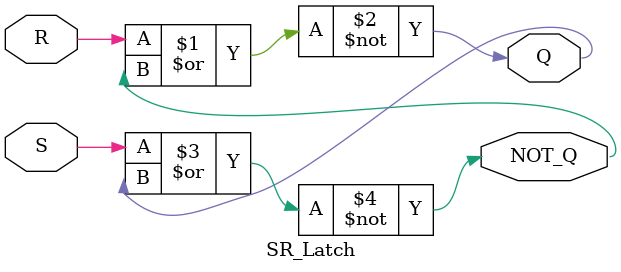
<source format=v>
`timescale 1ns / 1ps


module SR_Latch(
    input S,
    input R,
    
    output Q, 
    output NOT_Q
    );
    
    nor topNOR( Q, R, NOT_Q );
    nor bottomNOR( NOT_Q, S, Q);
    
endmodule




















</source>
